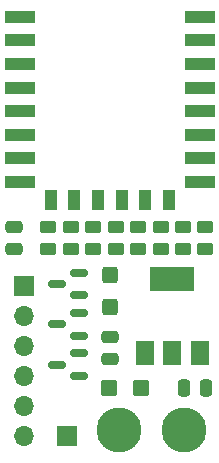
<source format=gbr>
%TF.GenerationSoftware,KiCad,Pcbnew,7.0.6*%
%TF.CreationDate,2024-04-30T22:58:06+02:00*%
%TF.ProjectId,nboard,6e626f61-7264-42e6-9b69-6361645f7063,rev?*%
%TF.SameCoordinates,Original*%
%TF.FileFunction,Soldermask,Top*%
%TF.FilePolarity,Negative*%
%FSLAX46Y46*%
G04 Gerber Fmt 4.6, Leading zero omitted, Abs format (unit mm)*
G04 Created by KiCad (PCBNEW 7.0.6) date 2024-04-30 22:58:06*
%MOMM*%
%LPD*%
G01*
G04 APERTURE LIST*
G04 Aperture macros list*
%AMRoundRect*
0 Rectangle with rounded corners*
0 $1 Rounding radius*
0 $2 $3 $4 $5 $6 $7 $8 $9 X,Y pos of 4 corners*
0 Add a 4 corners polygon primitive as box body*
4,1,4,$2,$3,$4,$5,$6,$7,$8,$9,$2,$3,0*
0 Add four circle primitives for the rounded corners*
1,1,$1+$1,$2,$3*
1,1,$1+$1,$4,$5*
1,1,$1+$1,$6,$7*
1,1,$1+$1,$8,$9*
0 Add four rect primitives between the rounded corners*
20,1,$1+$1,$2,$3,$4,$5,0*
20,1,$1+$1,$4,$5,$6,$7,0*
20,1,$1+$1,$6,$7,$8,$9,0*
20,1,$1+$1,$8,$9,$2,$3,0*%
G04 Aperture macros list end*
%ADD10C,2.600000*%
%ADD11C,3.800000*%
%ADD12RoundRect,0.250000X-0.475000X0.250000X-0.475000X-0.250000X0.475000X-0.250000X0.475000X0.250000X0*%
%ADD13RoundRect,0.250000X-0.450000X0.262500X-0.450000X-0.262500X0.450000X-0.262500X0.450000X0.262500X0*%
%ADD14R,1.700000X1.700000*%
%ADD15O,1.700000X1.700000*%
%ADD16RoundRect,0.250000X-0.250000X-0.475000X0.250000X-0.475000X0.250000X0.475000X-0.250000X0.475000X0*%
%ADD17R,2.500000X1.000000*%
%ADD18R,1.000000X1.800000*%
%ADD19RoundRect,0.250000X0.450000X-0.262500X0.450000X0.262500X-0.450000X0.262500X-0.450000X-0.262500X0*%
%ADD20RoundRect,0.150000X0.587500X0.150000X-0.587500X0.150000X-0.587500X-0.150000X0.587500X-0.150000X0*%
%ADD21RoundRect,0.250000X0.425000X-0.450000X0.425000X0.450000X-0.425000X0.450000X-0.425000X-0.450000X0*%
%ADD22RoundRect,0.250000X0.450000X0.425000X-0.450000X0.425000X-0.450000X-0.425000X0.450000X-0.425000X0*%
%ADD23R,1.500000X2.000000*%
%ADD24R,3.800000X2.000000*%
G04 APERTURE END LIST*
D10*
%TO.C,H1*%
X163700000Y-105700000D03*
D11*
X163700000Y-105700000D03*
%TD*%
D12*
%TO.C,C3*%
X157400000Y-97850000D03*
X157400000Y-99750000D03*
%TD*%
D13*
%TO.C,R8*%
X155980000Y-88587500D03*
X155980000Y-90412500D03*
%TD*%
D14*
%TO.C,J4*%
X150100000Y-93520000D03*
D15*
X150100000Y-96060000D03*
X150100000Y-98600000D03*
X150100000Y-101140000D03*
X150100000Y-103680000D03*
X150100000Y-106220000D03*
%TD*%
D16*
%TO.C,C2*%
X163650000Y-102200000D03*
X165550000Y-102200000D03*
%TD*%
D17*
%TO.C,U1*%
X149800000Y-70750000D03*
X149800000Y-72750000D03*
X149800000Y-74750000D03*
X149800000Y-76750000D03*
X149800000Y-78750000D03*
X149800000Y-80750000D03*
X149800000Y-82750000D03*
X149800000Y-84750000D03*
D18*
X152400000Y-86250000D03*
X154400000Y-86250000D03*
X156400000Y-86250000D03*
X158400000Y-86250000D03*
X160400000Y-86250000D03*
X162400000Y-86250000D03*
D17*
X165000000Y-84750000D03*
X165000000Y-82750000D03*
X165000000Y-80750000D03*
X165000000Y-78750000D03*
X165000000Y-76750000D03*
X165000000Y-74750000D03*
X165000000Y-72750000D03*
X165000000Y-70750000D03*
%TD*%
D19*
%TO.C,R2*%
X157900000Y-90412500D03*
X157900000Y-88587500D03*
%TD*%
%TO.C,R1*%
X159800000Y-90412500D03*
X159800000Y-88587500D03*
%TD*%
D20*
%TO.C,Q1*%
X154837500Y-97750000D03*
X154837500Y-95850000D03*
X152962500Y-96800000D03*
%TD*%
D13*
%TO.C,R3*%
X161700000Y-88587500D03*
X161700000Y-90412500D03*
%TD*%
D21*
%TO.C,C4*%
X157400000Y-95350000D03*
X157400000Y-92650000D03*
%TD*%
D22*
%TO.C,C1*%
X160050000Y-102200000D03*
X157350000Y-102200000D03*
%TD*%
D13*
%TO.C,R4*%
X163600000Y-88587500D03*
X163600000Y-90412500D03*
%TD*%
%TO.C,R6*%
X154080000Y-88587500D03*
X154080000Y-90412500D03*
%TD*%
D20*
%TO.C,Q3*%
X154837500Y-101150000D03*
X154837500Y-99250000D03*
X152962500Y-100200000D03*
%TD*%
D14*
%TO.C,J1*%
X153750000Y-106220000D03*
%TD*%
D10*
%TO.C,H2*%
X158200000Y-105700000D03*
D11*
X158200000Y-105700000D03*
%TD*%
D20*
%TO.C,Q2*%
X154837500Y-94350000D03*
X154837500Y-92450000D03*
X152962500Y-93400000D03*
%TD*%
D13*
%TO.C,R7*%
X152180000Y-88587500D03*
X152180000Y-90412500D03*
%TD*%
%TO.C,R5*%
X165500000Y-88587500D03*
X165500000Y-90412500D03*
%TD*%
D23*
%TO.C,U2*%
X160400000Y-99250000D03*
X162700000Y-99250000D03*
D24*
X162700000Y-92950000D03*
D23*
X165000000Y-99250000D03*
%TD*%
D12*
%TO.C,C5*%
X149300000Y-88550000D03*
X149300000Y-90450000D03*
%TD*%
M02*

</source>
